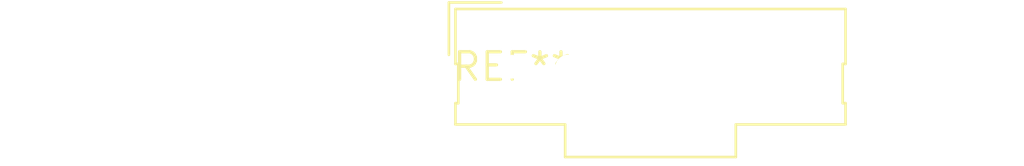
<source format=kicad_pcb>
(kicad_pcb (version 20240108) (generator pcbnew)
  (layers (0 "F.Cu" signal) (31 "B.Cu" signal) (34 "B.Paste" user) (35 "F.Paste" user) (36 "B.SilkS" user "B.Silkscreen") (37 "F.SilkS" user "F.Silkscreen") (38 "B.Mask" user) (39 "F.Mask" user) (44 "Edge.Cuts" user))
  (net 0 "")
  (footprint "Molex_SL_171971-0006_1x06_P2.54mm_Vertical" (layer "F.Cu") (at 0 0)
    (property "Reference" "REF**")
    (property "Value" "Molex_SL_171971-0006_1x06_P2.54mm_Vertical")
    (fp_line (start -2.91 -2.96) (end -0.5 -2.96) (layer "F.SilkS") (stroke (width 0.12)))
    (fp_line (start -2.91 -0.55) (end -2.91 -2.96) (layer "F.SilkS") (stroke (width 0.12)))
    (fp_line (start -2.61 -2.66) (end -2.61 -0.13) (layer "F.SilkS") (stroke (width 0.12)))
    (fp_line (start -2.61 -0.13) (end -2.48 -0.13) (layer "F.SilkS") (stroke (width 0.12)))
    (fp_line (start -2.61 1.68) (end -2.61 2.66) (layer "F.SilkS") (stroke (width 0.12)))
    (fp_line (start -2.61 2.66) (end 2.43 2.66) (layer "F.SilkS") (stroke (width 0.12)))
    (fp_line (start -2.48 -0.13) (end -2.48 1.68) (layer "F.SilkS") (stroke (width 0.12)))
    (fp_line (start -2.48 1.68) (end -2.61 1.68) (layer "F.SilkS") (stroke (width 0.12)))
    (fp_line (start 2.43 2.66) (end 2.43 4.16) (layer "F.SilkS") (stroke (width 0.12)))
    (fp_line (start 2.43 4.16) (end 10.27 4.16) (layer "F.SilkS") (stroke (width 0.12)))
    (fp_line (start 10.27 2.66) (end 15.31 2.66) (layer "F.SilkS") (stroke (width 0.12)))
    (fp_line (start 10.27 4.16) (end 10.27 2.66) (layer "F.SilkS") (stroke (width 0.12)))
    (fp_line (start 15.18 -0.13) (end 15.31 -0.13) (layer "F.SilkS") (stroke (width 0.12)))
    (fp_line (start 15.18 1.68) (end 15.18 -0.13) (layer "F.SilkS") (stroke (width 0.12)))
    (fp_line (start 15.31 -2.66) (end -2.61 -2.66) (layer "F.SilkS") (stroke (width 0.12)))
    (fp_line (start 15.31 -0.13) (end 15.31 -2.66) (layer "F.SilkS") (stroke (width 0.12)))
    (fp_line (start 15.31 1.68) (end 15.18 1.68) (layer "F.SilkS") (stroke (width 0.12)))
    (fp_line (start 15.31 2.66) (end 15.31 1.68) (layer "F.SilkS") (stroke (width 0.12)))
    (pad "1" thru_hole roundrect (at 0 0) (size 1.74 1.74) (drill 1.09) (layers *.Cu *.Mask) (remove_unused_layers) (roundrect_rratio 0.143678))
    (pad "2" thru_hole circle (at 2.54 0) (size 1.74 1.74) (drill 1.09) (layers *.Cu *.Mask) (remove_unused_layers))
    (pad "3" thru_hole circle (at 5.08 0) (size 1.74 1.74) (drill 1.09) (layers *.Cu *.Mask) (remove_unused_layers))
    (pad "4" thru_hole circle (at 7.62 0) (size 1.74 1.74) (drill 1.09) (layers *.Cu *.Mask) (remove_unused_layers))
    (pad "5" thru_hole circle (at 10.16 0) (size 1.74 1.74) (drill 1.09) (layers *.Cu *.Mask) (remove_unused_layers))
    (pad "6" thru_hole circle (at 12.7 0) (size 1.74 1.74) (drill 1.09) (layers *.Cu *.Mask) (remove_unused_layers))
  )
)
</source>
